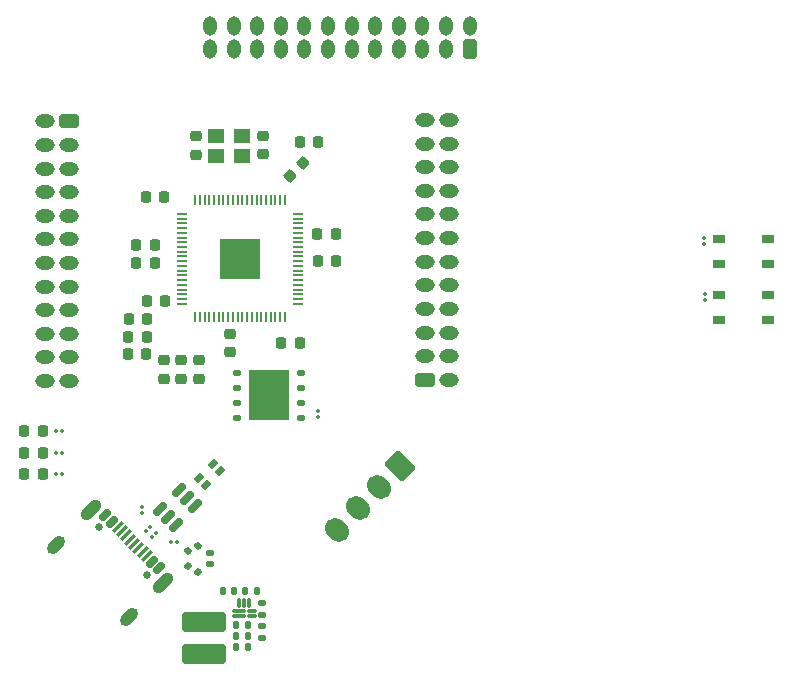
<source format=gbr>
%TF.GenerationSoftware,KiCad,Pcbnew,9.0.0*%
%TF.CreationDate,2025-08-18T13:12:07+03:00*%
%TF.ProjectId,RP2350A_Dev_board,52503233-3530-4415-9f44-65765f626f61,rev?*%
%TF.SameCoordinates,Original*%
%TF.FileFunction,Soldermask,Top*%
%TF.FilePolarity,Negative*%
%FSLAX46Y46*%
G04 Gerber Fmt 4.6, Leading zero omitted, Abs format (unit mm)*
G04 Created by KiCad (PCBNEW 9.0.0) date 2025-08-18 13:12:07*
%MOMM*%
%LPD*%
G01*
G04 APERTURE LIST*
G04 Aperture macros list*
%AMRoundRect*
0 Rectangle with rounded corners*
0 $1 Rounding radius*
0 $2 $3 $4 $5 $6 $7 $8 $9 X,Y pos of 4 corners*
0 Add a 4 corners polygon primitive as box body*
4,1,4,$2,$3,$4,$5,$6,$7,$8,$9,$2,$3,0*
0 Add four circle primitives for the rounded corners*
1,1,$1+$1,$2,$3*
1,1,$1+$1,$4,$5*
1,1,$1+$1,$6,$7*
1,1,$1+$1,$8,$9*
0 Add four rect primitives between the rounded corners*
20,1,$1+$1,$2,$3,$4,$5,0*
20,1,$1+$1,$4,$5,$6,$7,0*
20,1,$1+$1,$6,$7,$8,$9,0*
20,1,$1+$1,$8,$9,$2,$3,0*%
%AMHorizOval*
0 Thick line with rounded ends*
0 $1 width*
0 $2 $3 position (X,Y) of the first rounded end (center of the circle)*
0 $4 $5 position (X,Y) of the second rounded end (center of the circle)*
0 Add line between two ends*
20,1,$1,$2,$3,$4,$5,0*
0 Add two circle primitives to create the rounded ends*
1,1,$1,$2,$3*
1,1,$1,$4,$5*%
G04 Aperture macros list end*
%ADD10RoundRect,0.225000X0.225000X0.250000X-0.225000X0.250000X-0.225000X-0.250000X0.225000X-0.250000X0*%
%ADD11R,0.850000X0.200000*%
%ADD12R,0.200000X0.850000*%
%ADD13R,3.450000X3.450000*%
%ADD14RoundRect,0.250000X0.575000X-0.350000X0.575000X0.350000X-0.575000X0.350000X-0.575000X-0.350000X0*%
%ADD15O,1.650000X1.200000*%
%ADD16RoundRect,0.075000X0.100000X0.075000X-0.100000X0.075000X-0.100000X-0.075000X0.100000X-0.075000X0*%
%ADD17RoundRect,0.140000X-0.206244X-0.077224X0.036244X-0.217224X0.206244X0.077224X-0.036244X0.217224X0*%
%ADD18RoundRect,0.225000X-0.225000X-0.250000X0.225000X-0.250000X0.225000X0.250000X-0.225000X0.250000X0*%
%ADD19RoundRect,0.218750X-0.218750X-0.256250X0.218750X-0.256250X0.218750X0.256250X-0.218750X0.256250X0*%
%ADD20RoundRect,0.050000X0.350000X-0.125000X0.350000X0.125000X-0.350000X0.125000X-0.350000X-0.125000X0*%
%ADD21RoundRect,0.050000X-0.125000X-0.350000X0.125000X-0.350000X0.125000X0.350000X-0.125000X0.350000X0*%
%ADD22RoundRect,0.050000X0.550000X-0.125000X0.550000X0.125000X-0.550000X0.125000X-0.550000X-0.125000X0*%
%ADD23RoundRect,0.135000X0.185000X-0.135000X0.185000X0.135000X-0.185000X0.135000X-0.185000X-0.135000X0*%
%ADD24R,1.050000X0.650000*%
%ADD25RoundRect,0.075000X0.075000X-0.100000X0.075000X0.100000X-0.075000X0.100000X-0.075000X-0.100000X0*%
%ADD26R,1.400000X1.200000*%
%ADD27RoundRect,0.250000X-0.575000X0.350000X-0.575000X-0.350000X0.575000X-0.350000X0.575000X0.350000X0*%
%ADD28RoundRect,0.225000X0.250000X-0.225000X0.250000X0.225000X-0.250000X0.225000X-0.250000X-0.225000X0*%
%ADD29RoundRect,0.140000X-0.036244X-0.217224X0.206244X-0.077224X0.036244X0.217224X-0.206244X0.077224X0*%
%ADD30RoundRect,0.250000X-0.159099X1.035911X-1.035911X0.159099X0.159099X-1.035911X1.035911X-0.159099X0*%
%ADD31HorizOval,1.740000X-0.159099X0.159099X0.159099X-0.159099X0*%
%ADD32RoundRect,0.075000X0.017678X0.123744X-0.123744X-0.017678X-0.017678X-0.123744X0.123744X0.017678X0*%
%ADD33RoundRect,0.140000X0.140000X0.170000X-0.140000X0.170000X-0.140000X-0.170000X0.140000X-0.170000X0*%
%ADD34RoundRect,0.140000X0.170000X-0.140000X0.170000X0.140000X-0.170000X0.140000X-0.170000X-0.140000X0*%
%ADD35RoundRect,0.218750X-0.256250X0.218750X-0.256250X-0.218750X0.256250X-0.218750X0.256250X0.218750X0*%
%ADD36RoundRect,0.075000X-0.075000X0.100000X-0.075000X-0.100000X0.075000X-0.100000X0.075000X0.100000X0*%
%ADD37RoundRect,0.025500X0.412950X0.088388X0.088388X0.412950X-0.412950X-0.088388X-0.088388X-0.412950X0*%
%ADD38RoundRect,0.225000X-0.017678X0.335876X-0.335876X0.017678X0.017678X-0.335876X0.335876X-0.017678X0*%
%ADD39RoundRect,0.140000X-0.140000X-0.170000X0.140000X-0.170000X0.140000X0.170000X-0.140000X0.170000X0*%
%ADD40RoundRect,0.135000X-0.135000X-0.185000X0.135000X-0.185000X0.135000X0.185000X-0.135000X0.185000X0*%
%ADD41RoundRect,0.150000X0.256326X0.468458X-0.468458X-0.256326X-0.256326X-0.468458X0.468458X0.256326X0*%
%ADD42RoundRect,0.250000X-1.600000X0.600000X-1.600000X-0.600000X1.600000X-0.600000X1.600000X0.600000X0*%
%ADD43RoundRect,0.125000X0.250000X0.125000X-0.250000X0.125000X-0.250000X-0.125000X0.250000X-0.125000X0*%
%ADD44R,3.400000X4.300000*%
%ADD45C,0.650000*%
%ADD46RoundRect,0.150000X-0.406586X-0.194454X-0.194454X-0.406586X0.406586X0.194454X0.194454X0.406586X0*%
%ADD47RoundRect,0.075000X-0.406586X-0.300520X-0.300520X-0.406586X0.406586X0.300520X0.300520X0.406586X0*%
%ADD48HorizOval,1.000000X-0.388909X-0.388909X0.388909X0.388909X0*%
%ADD49HorizOval,1.000000X-0.282843X-0.282843X0.282843X0.282843X0*%
%ADD50RoundRect,0.250000X0.350000X0.575000X-0.350000X0.575000X-0.350000X-0.575000X0.350000X-0.575000X0*%
%ADD51O,1.200000X1.650000*%
%ADD52RoundRect,0.225000X-0.250000X0.225000X-0.250000X-0.225000X0.250000X-0.225000X0.250000X0.225000X0*%
G04 APERTURE END LIST*
D10*
%TO.C,C16*%
X124700000Y-93550000D03*
X123150000Y-93550000D03*
%TD*%
D11*
%TO.C,DD1*%
X124610000Y-90260000D03*
X124610000Y-89860000D03*
X124610000Y-89460000D03*
X124610000Y-89060000D03*
X124610000Y-88660000D03*
X124610000Y-88260000D03*
X124610000Y-87860000D03*
X124610000Y-87460000D03*
X124610000Y-87060000D03*
X124610000Y-86660000D03*
X124610000Y-86260000D03*
X124610000Y-85860000D03*
X124610000Y-85460000D03*
X124610000Y-85060000D03*
X124610000Y-84660000D03*
X124610000Y-84260000D03*
X124610000Y-83860000D03*
X124610000Y-83460000D03*
X124610000Y-83060000D03*
X124610000Y-82660000D03*
D12*
X123460000Y-81510000D03*
X123060000Y-81510000D03*
X122660000Y-81510000D03*
X122260000Y-81510000D03*
X121860000Y-81510000D03*
X121460000Y-81510000D03*
X121060000Y-81510000D03*
X120660000Y-81510000D03*
X120260000Y-81510000D03*
X119860000Y-81510000D03*
X119460000Y-81510000D03*
X119060000Y-81510000D03*
X118660000Y-81510000D03*
X118260000Y-81510000D03*
X117860000Y-81510000D03*
X117460000Y-81510000D03*
X117060000Y-81510000D03*
X116660000Y-81510000D03*
X116260000Y-81510000D03*
X115860000Y-81510000D03*
D11*
X114710000Y-82660000D03*
X114710000Y-83060000D03*
X114710000Y-83460000D03*
X114710000Y-83860000D03*
X114710000Y-84260000D03*
X114710000Y-84660000D03*
X114710000Y-85060000D03*
X114710000Y-85460000D03*
X114710000Y-85860000D03*
X114710000Y-86260000D03*
X114710000Y-86660000D03*
X114710000Y-87060000D03*
X114710000Y-87460000D03*
X114710000Y-87860000D03*
X114710000Y-88260000D03*
X114710000Y-88660000D03*
X114710000Y-89060000D03*
X114710000Y-89460000D03*
X114710000Y-89860000D03*
X114710000Y-90260000D03*
D12*
X115860000Y-91410000D03*
X116260000Y-91410000D03*
X116660000Y-91410000D03*
X117060000Y-91410000D03*
X117460000Y-91410000D03*
X117860000Y-91410000D03*
X118260000Y-91410000D03*
X118660000Y-91410000D03*
X119060000Y-91410000D03*
X119460000Y-91410000D03*
X119860000Y-91410000D03*
X120260000Y-91410000D03*
X120660000Y-91410000D03*
X121060000Y-91410000D03*
X121460000Y-91410000D03*
X121860000Y-91410000D03*
X122260000Y-91410000D03*
X122660000Y-91410000D03*
X123060000Y-91410000D03*
X123460000Y-91410000D03*
D13*
X119660000Y-86460000D03*
%TD*%
D14*
%TO.C,J1*%
X135330000Y-96705000D03*
D15*
X137330000Y-96705000D03*
X135330000Y-94705000D03*
X137330000Y-94705000D03*
X135330000Y-92705000D03*
X137330000Y-92705000D03*
X135330000Y-90705000D03*
X137330000Y-90705000D03*
X135330000Y-88705000D03*
X137330000Y-88705000D03*
X135330000Y-86705000D03*
X137330000Y-86705000D03*
X135330000Y-84705000D03*
X137330000Y-84705000D03*
X135330000Y-82705000D03*
X137330000Y-82705000D03*
X135330000Y-80705000D03*
X137330000Y-80705000D03*
X135330000Y-78705000D03*
X137330000Y-78705000D03*
X135330000Y-76705000D03*
X137330000Y-76705000D03*
X135330000Y-74705000D03*
X137330000Y-74705000D03*
%TD*%
D16*
%TO.C,R3*%
X114340000Y-110470000D03*
X113840000Y-110470000D03*
%TD*%
D17*
%TO.C,C21*%
X115268616Y-112470000D03*
X116100000Y-112950000D03*
%TD*%
D10*
%TO.C,C14*%
X113300000Y-90050000D03*
X111750000Y-90050000D03*
%TD*%
D18*
%TO.C,C3*%
X110875000Y-86800000D03*
X112425000Y-86800000D03*
%TD*%
D19*
%TO.C,D3*%
X101375000Y-104640000D03*
X102950000Y-104640000D03*
%TD*%
D20*
%TO.C,DD5*%
X120640000Y-116700100D03*
X120640000Y-116250000D03*
D21*
X120440100Y-115574900D03*
X119990100Y-115574900D03*
X119540000Y-115574900D03*
D22*
X119540000Y-116250000D03*
X119540000Y-116700100D03*
%TD*%
D23*
%TO.C,R14*%
X121550000Y-118570000D03*
X121550000Y-117550000D03*
%TD*%
D24*
%TO.C,SW2*%
X160175000Y-89495000D03*
X164325000Y-89495000D03*
X160175000Y-91645000D03*
X164325000Y-91645000D03*
%TD*%
D25*
%TO.C,R8*%
X159000000Y-89950000D03*
X159000000Y-89450000D03*
%TD*%
D26*
%TO.C,Y1*%
X117650000Y-77750000D03*
X119850000Y-77750000D03*
X119850000Y-76050000D03*
X117650000Y-76050000D03*
%TD*%
D27*
%TO.C,J2*%
X105190000Y-74815000D03*
D15*
X103190000Y-74815000D03*
X105190000Y-76815000D03*
X103190000Y-76815000D03*
X105190000Y-78815000D03*
X103190000Y-78815000D03*
X105190000Y-80815000D03*
X103190000Y-80815000D03*
X105190000Y-82815000D03*
X103190000Y-82815000D03*
X105190000Y-84815000D03*
X103190000Y-84815000D03*
X105190000Y-86815000D03*
X103190000Y-86815000D03*
X105190000Y-88815000D03*
X103190000Y-88815000D03*
X105190000Y-90815000D03*
X103190000Y-90815000D03*
X105190000Y-92815000D03*
X103190000Y-92815000D03*
X105190000Y-94815000D03*
X103190000Y-94815000D03*
X105190000Y-96815000D03*
X103190000Y-96815000D03*
%TD*%
D19*
%TO.C,L2*%
X110162500Y-94550000D03*
X111737500Y-94550000D03*
%TD*%
D28*
%TO.C,C8*%
X118850000Y-94350000D03*
X118850000Y-92800000D03*
%TD*%
D23*
%TO.C,R13*%
X121550000Y-116660000D03*
X121550000Y-115640000D03*
%TD*%
D18*
%TO.C,C12*%
X110875000Y-85300000D03*
X112425000Y-85300000D03*
%TD*%
D28*
%TO.C,C2*%
X121600000Y-77600000D03*
X121600000Y-76050000D03*
%TD*%
D10*
%TO.C,C5*%
X127750000Y-84350000D03*
X126200000Y-84350000D03*
%TD*%
D29*
%TO.C,C23*%
X115234308Y-111240000D03*
X116065692Y-110760000D03*
%TD*%
D10*
%TO.C,C13*%
X111750000Y-93050000D03*
X110200000Y-93050000D03*
%TD*%
D28*
%TO.C,C9*%
X114699998Y-96612501D03*
X114699998Y-95062501D03*
%TD*%
D30*
%TO.C,J3*%
X133239935Y-103991781D03*
D31*
X131443884Y-105787832D03*
X129647833Y-107583883D03*
X127851781Y-109379935D03*
%TD*%
D18*
%TO.C,C10*%
X111700000Y-81250000D03*
X113250000Y-81250000D03*
%TD*%
D32*
%TO.C,R2*%
X112046777Y-109173223D03*
X111693223Y-109526777D03*
%TD*%
%TO.C,R1*%
X112566777Y-109693223D03*
X112213223Y-110046777D03*
%TD*%
D33*
%TO.C,C17*%
X119190000Y-114620000D03*
X118230000Y-114620000D03*
%TD*%
D34*
%TO.C,C20*%
X117150000Y-112330000D03*
X117150000Y-111370000D03*
%TD*%
D35*
%TO.C,L1*%
X113200000Y-95050000D03*
X113200002Y-96625002D03*
%TD*%
D36*
%TO.C,R6*%
X158950000Y-84700000D03*
X158950000Y-85200000D03*
%TD*%
D37*
%TO.C,FL1*%
X117980869Y-104464308D03*
X116800000Y-105645177D03*
X117365686Y-103849125D03*
X116184817Y-105029994D03*
%TD*%
D10*
%TO.C,C4*%
X127800000Y-86650000D03*
X126250000Y-86650000D03*
%TD*%
%TO.C,C11*%
X126250000Y-76550000D03*
X124700000Y-76550000D03*
%TD*%
D38*
%TO.C,C6*%
X124998008Y-78351992D03*
X123901992Y-79448008D03*
%TD*%
D39*
%TO.C,C19*%
X119350000Y-117450000D03*
X120310000Y-117450000D03*
%TD*%
D40*
%TO.C,R5*%
X120090000Y-114620000D03*
X121110000Y-114620000D03*
%TD*%
D39*
%TO.C,C22*%
X119350000Y-119350000D03*
X120310000Y-119350000D03*
%TD*%
D16*
%TO.C,R9*%
X104615000Y-101050000D03*
X104115000Y-101050000D03*
%TD*%
D41*
%TO.C,U2*%
X115810419Y-107363083D03*
X115138668Y-106691332D03*
X114466917Y-106019581D03*
X112858249Y-107628249D03*
X113530000Y-108300000D03*
X114201751Y-108971751D03*
%TD*%
D16*
%TO.C,R10*%
X104615000Y-102870000D03*
X104115000Y-102870000D03*
%TD*%
D28*
%TO.C,C1*%
X116199998Y-96612501D03*
X116199998Y-95062501D03*
%TD*%
D42*
%TO.C,L4*%
X116600000Y-117200000D03*
X116600000Y-119900000D03*
%TD*%
D19*
%TO.C,D1*%
X101375000Y-101080000D03*
X102950000Y-101080000D03*
%TD*%
D16*
%TO.C,R11*%
X104615000Y-104640000D03*
X104115000Y-104640000D03*
%TD*%
D39*
%TO.C,C18*%
X119350000Y-118400000D03*
X120310000Y-118400000D03*
%TD*%
D43*
%TO.C,U1*%
X124800000Y-99905000D03*
X124800000Y-98635000D03*
X124800000Y-97365000D03*
X124800000Y-96095000D03*
X119400000Y-96095000D03*
X119400000Y-97365000D03*
X119400000Y-98635000D03*
X119400000Y-99905000D03*
D44*
X122100000Y-98000000D03*
%TD*%
D45*
%TO.C,J5*%
X107723414Y-109129509D03*
X111810491Y-113216586D03*
D46*
X108264350Y-108150166D03*
X108830036Y-108715852D03*
D47*
X109643208Y-109529025D03*
X110350315Y-110236131D03*
X110703869Y-110589685D03*
X111410975Y-111296792D03*
D46*
X112224148Y-112109964D03*
X112789834Y-112675650D03*
X112789834Y-112675650D03*
X112224148Y-112109964D03*
D47*
X111764529Y-111650345D03*
X111057422Y-110943238D03*
X109996762Y-109882578D03*
X109289655Y-109175471D03*
D46*
X108830036Y-108715852D03*
X108264350Y-108150166D03*
D48*
X107065804Y-107764793D03*
D49*
X104110098Y-110720499D03*
D48*
X113175207Y-113874196D03*
D49*
X110219501Y-116829902D03*
%TD*%
D36*
%TO.C,R4*%
X111370000Y-107500000D03*
X111370000Y-108000000D03*
%TD*%
D19*
%TO.C,D2*%
X101375000Y-102870000D03*
X102950000Y-102870000D03*
%TD*%
D36*
%TO.C,R7*%
X126300000Y-99350000D03*
X126300000Y-99850000D03*
%TD*%
D50*
%TO.C,J4*%
X139110000Y-68730000D03*
D51*
X139110000Y-66730000D03*
X137110000Y-68730000D03*
X137110000Y-66730000D03*
X135110000Y-68730000D03*
X135110000Y-66730000D03*
X133110000Y-68730000D03*
X133110000Y-66730000D03*
X131110000Y-68730000D03*
X131110000Y-66730000D03*
X129110000Y-68730000D03*
X129110000Y-66730000D03*
X127110000Y-68730000D03*
X127110000Y-66730000D03*
X125110000Y-68730000D03*
X125110000Y-66730000D03*
X123110000Y-68730000D03*
X123110000Y-66730000D03*
X121110000Y-68730000D03*
X121110000Y-66730000D03*
X119110000Y-68730000D03*
X119110000Y-66730000D03*
X117110000Y-68730000D03*
X117110000Y-66730000D03*
%TD*%
D24*
%TO.C,SW1*%
X160175000Y-84745000D03*
X164325000Y-84745000D03*
X160175000Y-86895000D03*
X164325000Y-86895000D03*
%TD*%
D52*
%TO.C,C15*%
X115900000Y-76100000D03*
X115900000Y-77650000D03*
%TD*%
D18*
%TO.C,C7*%
X110225000Y-91550000D03*
X111775000Y-91550000D03*
%TD*%
M02*

</source>
